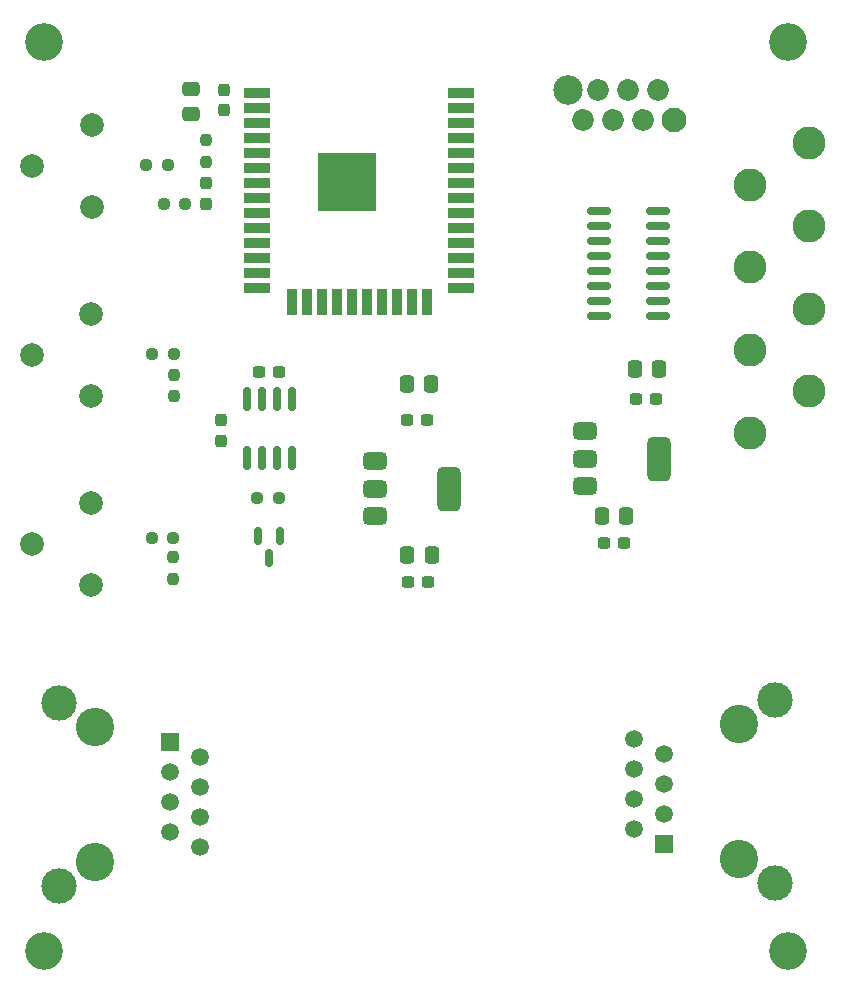
<source format=gbr>
%TF.GenerationSoftware,KiCad,Pcbnew,8.0.8*%
%TF.CreationDate,2025-02-09T20:42:27+01:00*%
%TF.ProjectId,railblock,7261696c-626c-46f6-936b-2e6b69636164,rev?*%
%TF.SameCoordinates,Original*%
%TF.FileFunction,Soldermask,Top*%
%TF.FilePolarity,Negative*%
%FSLAX46Y46*%
G04 Gerber Fmt 4.6, Leading zero omitted, Abs format (unit mm)*
G04 Created by KiCad (PCBNEW 8.0.8) date 2025-02-09 20:42:27*
%MOMM*%
%LPD*%
G01*
G04 APERTURE LIST*
G04 Aperture macros list*
%AMRoundRect*
0 Rectangle with rounded corners*
0 $1 Rounding radius*
0 $2 $3 $4 $5 $6 $7 $8 $9 X,Y pos of 4 corners*
0 Add a 4 corners polygon primitive as box body*
4,1,4,$2,$3,$4,$5,$6,$7,$8,$9,$2,$3,0*
0 Add four circle primitives for the rounded corners*
1,1,$1+$1,$2,$3*
1,1,$1+$1,$4,$5*
1,1,$1+$1,$6,$7*
1,1,$1+$1,$8,$9*
0 Add four rect primitives between the rounded corners*
20,1,$1+$1,$2,$3,$4,$5,0*
20,1,$1+$1,$4,$5,$6,$7,0*
20,1,$1+$1,$6,$7,$8,$9,0*
20,1,$1+$1,$8,$9,$2,$3,0*%
G04 Aperture macros list end*
%ADD10C,3.250000*%
%ADD11R,1.500000X1.500000*%
%ADD12C,1.500000*%
%ADD13C,3.000000*%
%ADD14C,2.500000*%
%ADD15C,2.100000*%
%ADD16C,1.850000*%
%ADD17RoundRect,0.375000X-0.625000X-0.375000X0.625000X-0.375000X0.625000X0.375000X-0.625000X0.375000X0*%
%ADD18RoundRect,0.500000X-0.500000X-1.400000X0.500000X-1.400000X0.500000X1.400000X-0.500000X1.400000X0*%
%ADD19RoundRect,0.150000X-0.825000X-0.150000X0.825000X-0.150000X0.825000X0.150000X-0.825000X0.150000X0*%
%ADD20R,5.000000X5.000000*%
%ADD21R,2.300000X0.900000*%
%ADD22R,0.900000X2.300000*%
%ADD23RoundRect,0.150000X-0.150000X0.825000X-0.150000X-0.825000X0.150000X-0.825000X0.150000X0.825000X0*%
%ADD24RoundRect,0.150000X-0.150000X0.587500X-0.150000X-0.587500X0.150000X-0.587500X0.150000X0.587500X0*%
%ADD25RoundRect,0.237500X0.250000X0.237500X-0.250000X0.237500X-0.250000X-0.237500X0.250000X-0.237500X0*%
%ADD26RoundRect,0.237500X0.237500X-0.250000X0.237500X0.250000X-0.237500X0.250000X-0.237500X-0.250000X0*%
%ADD27C,2.000000*%
%ADD28C,2.800000*%
%ADD29C,3.200000*%
%ADD30RoundRect,0.237500X-0.300000X-0.237500X0.300000X-0.237500X0.300000X0.237500X-0.300000X0.237500X0*%
%ADD31RoundRect,0.250000X-0.337500X-0.475000X0.337500X-0.475000X0.337500X0.475000X-0.337500X0.475000X0*%
%ADD32RoundRect,0.237500X0.237500X-0.300000X0.237500X0.300000X-0.237500X0.300000X-0.237500X-0.300000X0*%
%ADD33RoundRect,0.250000X0.475000X-0.337500X0.475000X0.337500X-0.475000X0.337500X-0.475000X-0.337500X0*%
%ADD34RoundRect,0.237500X-0.237500X0.300000X-0.237500X-0.300000X0.237500X-0.300000X0.237500X0.300000X0*%
G04 APERTURE END LIST*
D10*
%TO.C,J2*%
X171890000Y-115160000D03*
X171890000Y-103730000D03*
D11*
X165540000Y-113890000D03*
D12*
X163000000Y-112620000D03*
X165540000Y-111350000D03*
X163000000Y-110080000D03*
X165540000Y-108810000D03*
X163000000Y-107540000D03*
X165540000Y-106270000D03*
X163000000Y-105000000D03*
D13*
X174940000Y-117215000D03*
X174940000Y-101675000D03*
%TD*%
D10*
%TO.C,J1*%
X117350000Y-104000000D03*
X117350000Y-115430000D03*
D11*
X123700000Y-105270000D03*
D12*
X126240000Y-106540000D03*
X123700000Y-107810000D03*
X126240000Y-109080000D03*
X123700000Y-110350000D03*
X126240000Y-111620000D03*
X123700000Y-112890000D03*
X126240000Y-114160000D03*
D13*
X114300000Y-101945000D03*
X114300000Y-117485000D03*
%TD*%
D14*
%TO.C,U9*%
X157360000Y-50038000D03*
D15*
X166370000Y-52578000D03*
D16*
X158690000Y-52578000D03*
X159960000Y-50038000D03*
X161230000Y-52578000D03*
X162500000Y-50038000D03*
X163770000Y-52578000D03*
X165040000Y-50038000D03*
%TD*%
D17*
%TO.C,U6*%
X141020000Y-81520000D03*
X141020000Y-83820000D03*
D18*
X147320000Y-83820000D03*
D17*
X141020000Y-86120000D03*
%TD*%
%TO.C,U5*%
X158800000Y-78980000D03*
X158800000Y-81280000D03*
D18*
X165100000Y-81280000D03*
D17*
X158800000Y-83580000D03*
%TD*%
D19*
%TO.C,U4*%
X160020000Y-60295000D03*
X160020000Y-61565000D03*
X160020000Y-62835000D03*
X160020000Y-64105000D03*
X160020000Y-65375000D03*
X160020000Y-66645000D03*
X160020000Y-67915000D03*
X160020000Y-69185000D03*
X164970000Y-69185000D03*
X164970000Y-67915000D03*
X164970000Y-66645000D03*
X164970000Y-65375000D03*
X164970000Y-64105000D03*
X164970000Y-62835000D03*
X164970000Y-61565000D03*
X164970000Y-60295000D03*
%TD*%
D20*
%TO.C,U3*%
X138700000Y-57820000D03*
D21*
X148350000Y-50320000D03*
X148350000Y-51590000D03*
X148350000Y-52860000D03*
X148350000Y-54130000D03*
X148350000Y-55400000D03*
X148350000Y-56670000D03*
X148350000Y-57940000D03*
X148350000Y-59210000D03*
X148350000Y-60480000D03*
X148350000Y-61750000D03*
X148350000Y-63020000D03*
X148350000Y-64290000D03*
X148350000Y-65560000D03*
X148350000Y-66830000D03*
D22*
X145415000Y-67980000D03*
X144145000Y-67980000D03*
X142875000Y-67980000D03*
X141605000Y-67980000D03*
X140335000Y-67980000D03*
X139065000Y-67980000D03*
X137795000Y-67980000D03*
X136525000Y-67980000D03*
X135255000Y-67980000D03*
X133985000Y-67980000D03*
D21*
X131050000Y-66830000D03*
X131050000Y-65560000D03*
X131050000Y-64290000D03*
X131050000Y-63020000D03*
X131050000Y-61750000D03*
X131050000Y-60480000D03*
X131050000Y-59210000D03*
X131050000Y-57940000D03*
X131050000Y-56670000D03*
X131050000Y-55400000D03*
X131050000Y-54130000D03*
X131050000Y-52860000D03*
X131050000Y-51590000D03*
X131050000Y-50320000D03*
%TD*%
D23*
%TO.C,U2*%
X133985000Y-76265000D03*
X132715000Y-76265000D03*
X131445000Y-76265000D03*
X130175000Y-76265000D03*
X130175000Y-81215000D03*
X131445000Y-81215000D03*
X132715000Y-81215000D03*
X133985000Y-81215000D03*
%TD*%
D24*
%TO.C,U1*%
X133030000Y-87787000D03*
X131130000Y-87787000D03*
X132080000Y-89662000D03*
%TD*%
D25*
%TO.C,R27*%
X132912500Y-84582000D03*
X131087500Y-84582000D03*
%TD*%
%TO.C,R7*%
X123952000Y-88000000D03*
X122127000Y-88000000D03*
%TD*%
D26*
%TO.C,R6*%
X123952000Y-91452500D03*
X123952000Y-89627500D03*
%TD*%
D25*
%TO.C,R5*%
X124000000Y-72397000D03*
X122175000Y-72397000D03*
%TD*%
D26*
%TO.C,R4*%
X126746000Y-56134000D03*
X126746000Y-54309000D03*
%TD*%
%TO.C,R3*%
X124000000Y-76000000D03*
X124000000Y-74175000D03*
%TD*%
D25*
%TO.C,R2*%
X124968000Y-59690000D03*
X123143000Y-59690000D03*
%TD*%
%TO.C,R1*%
X123491000Y-56397000D03*
X121666000Y-56397000D03*
%TD*%
D27*
%TO.C,J6*%
X117000000Y-85000000D03*
X112000000Y-88500000D03*
X117000000Y-92000000D03*
%TD*%
%TO.C,J5*%
X117000000Y-69000000D03*
X112000000Y-72500000D03*
X117000000Y-76000000D03*
%TD*%
%TO.C,J4*%
X117045750Y-53000000D03*
X112045750Y-56500000D03*
X117045750Y-60000000D03*
%TD*%
D28*
%TO.C,J3*%
X177800000Y-54580000D03*
X172800000Y-58080000D03*
X177800000Y-61580000D03*
X172800000Y-65080000D03*
X177800000Y-68580000D03*
X172800000Y-72080000D03*
X177800000Y-75580000D03*
X172800000Y-79080000D03*
%TD*%
D29*
%TO.C,H5*%
X113000000Y-123000000D03*
%TD*%
%TO.C,H3*%
X176000000Y-123000000D03*
%TD*%
%TO.C,H2*%
X176000000Y-46000000D03*
%TD*%
%TO.C,H1*%
X113000000Y-46000000D03*
%TD*%
D30*
%TO.C,C15*%
X143817000Y-91694000D03*
X145542000Y-91694000D03*
%TD*%
D31*
%TO.C,C14*%
X143764000Y-89408000D03*
X145839000Y-89408000D03*
%TD*%
%TO.C,C13*%
X163025000Y-73660000D03*
X165100000Y-73660000D03*
%TD*%
D30*
%TO.C,C12*%
X163121000Y-76200000D03*
X164846000Y-76200000D03*
%TD*%
%TO.C,C10*%
X160427500Y-88392000D03*
X162152500Y-88392000D03*
%TD*%
%TO.C,C9*%
X131217500Y-73914000D03*
X132942500Y-73914000D03*
%TD*%
D32*
%TO.C,C8*%
X128016000Y-79756000D03*
X128016000Y-78031000D03*
%TD*%
D31*
%TO.C,C7*%
X160252500Y-86106000D03*
X162327500Y-86106000D03*
%TD*%
%TO.C,C6*%
X143742500Y-74930000D03*
X145817500Y-74930000D03*
%TD*%
D30*
%TO.C,C4*%
X143764000Y-77978000D03*
X145489000Y-77978000D03*
%TD*%
D33*
%TO.C,C3*%
X125476000Y-52070000D03*
X125476000Y-49995000D03*
%TD*%
D34*
%TO.C,C2*%
X126746000Y-57965000D03*
X126746000Y-59690000D03*
%TD*%
D32*
%TO.C,C1*%
X128270000Y-51763000D03*
X128270000Y-50038000D03*
%TD*%
M02*

</source>
